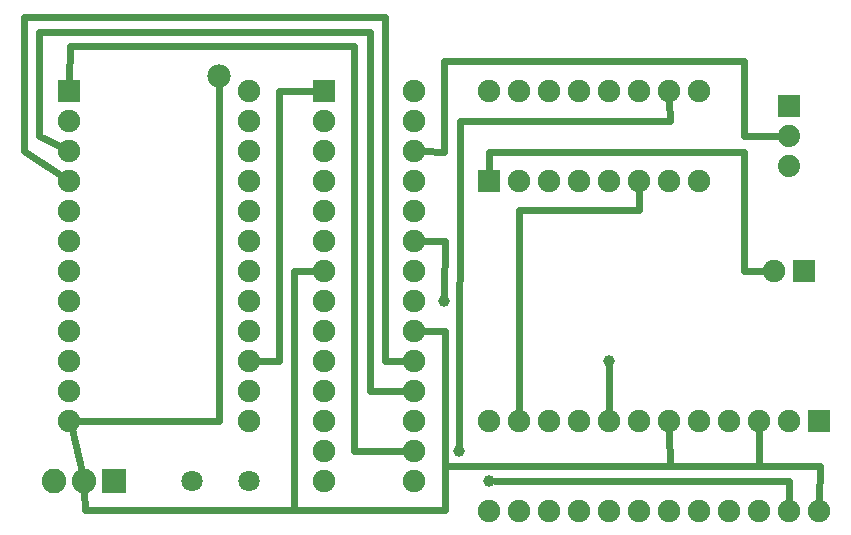
<source format=gbl>
G04 MADE WITH FRITZING*
G04 WWW.FRITZING.ORG*
G04 DOUBLE SIDED*
G04 HOLES PLATED*
G04 CONTOUR ON CENTER OF CONTOUR VECTOR*
%ASAXBY*%
%FSLAX23Y23*%
%MOIN*%
%OFA0B0*%
%SFA1.0B1.0*%
%ADD10C,0.074000*%
%ADD11C,0.075000*%
%ADD12C,0.039370*%
%ADD13C,0.082000*%
%ADD14C,0.070925*%
%ADD15C,0.070866*%
%ADD16C,0.078000*%
%ADD17R,0.075000X0.075000*%
%ADD18R,0.082000X0.082000*%
%ADD19C,0.024000*%
%ADD20R,0.001000X0.001000*%
%LNCOPPER0*%
G90*
G70*
G54D10*
X2628Y1426D03*
X2628Y1326D03*
X2628Y1226D03*
G54D11*
X2678Y876D03*
X2578Y876D03*
G54D12*
X1526Y277D03*
X1627Y175D03*
X2028Y576D03*
X1478Y776D03*
G54D11*
X2728Y376D03*
X2728Y76D03*
X2628Y376D03*
X2628Y76D03*
X2528Y376D03*
X2528Y76D03*
X2428Y376D03*
X2428Y76D03*
X2328Y376D03*
X2328Y76D03*
X2228Y376D03*
X2228Y76D03*
X2128Y376D03*
X2128Y76D03*
X2028Y376D03*
X2028Y76D03*
X1928Y376D03*
X1928Y76D03*
X1828Y376D03*
X1828Y76D03*
X1728Y376D03*
X1728Y76D03*
X1628Y376D03*
X1628Y76D03*
X1078Y1476D03*
X1378Y1476D03*
X1078Y1376D03*
X1378Y1376D03*
X1078Y1276D03*
X1378Y1276D03*
X1078Y1176D03*
X1378Y1176D03*
X1078Y1076D03*
X1378Y1076D03*
X1078Y976D03*
X1378Y976D03*
X1078Y876D03*
X1378Y876D03*
X1078Y776D03*
X1378Y776D03*
X1078Y676D03*
X1378Y676D03*
X1078Y576D03*
X1378Y576D03*
X1078Y476D03*
X1378Y476D03*
X1078Y376D03*
X1378Y376D03*
X1078Y276D03*
X1378Y276D03*
X1078Y176D03*
X1378Y176D03*
X228Y1476D03*
X828Y1476D03*
X228Y1376D03*
X828Y1376D03*
X228Y1276D03*
X828Y1276D03*
X228Y1176D03*
X828Y1176D03*
X228Y1076D03*
X828Y1076D03*
X228Y976D03*
X828Y976D03*
X228Y876D03*
X828Y876D03*
X228Y776D03*
X828Y776D03*
X228Y676D03*
X828Y676D03*
X228Y576D03*
X828Y576D03*
X228Y476D03*
X828Y476D03*
X228Y376D03*
X828Y376D03*
G54D13*
X378Y176D03*
X278Y176D03*
X178Y176D03*
G54D14*
X635Y176D03*
G54D15*
X828Y176D03*
G54D11*
X1628Y1176D03*
X1628Y1476D03*
X1728Y1176D03*
X1728Y1476D03*
X1828Y1176D03*
X1828Y1476D03*
X1928Y1176D03*
X1928Y1476D03*
X2028Y1176D03*
X2028Y1476D03*
X2128Y1176D03*
X2128Y1476D03*
X2228Y1176D03*
X2228Y1476D03*
X2328Y1176D03*
X2328Y1476D03*
G54D16*
X728Y1526D03*
G54D17*
X2678Y876D03*
X2728Y376D03*
X1078Y1476D03*
X228Y1476D03*
G54D18*
X378Y176D03*
G54D17*
X1628Y1176D03*
G54D19*
X2477Y877D02*
X2549Y876D01*
D02*
X2477Y1274D02*
X2477Y877D01*
D02*
X1627Y1274D02*
X2477Y1274D01*
D02*
X1627Y1205D02*
X1627Y1274D01*
D02*
X1476Y1274D02*
X1476Y1576D01*
D02*
X1476Y1576D02*
X2477Y1576D01*
D02*
X2477Y1326D02*
X2597Y1326D01*
D02*
X2477Y1576D02*
X2477Y1326D01*
D02*
X1406Y1275D02*
X1476Y1274D01*
D02*
X2229Y1375D02*
X1530Y1375D01*
D02*
X2228Y1447D02*
X2229Y1375D01*
D02*
X2628Y175D02*
X1646Y175D01*
D02*
X2628Y105D02*
X2628Y175D01*
D02*
X978Y78D02*
X1479Y78D01*
D02*
X279Y78D02*
X978Y78D01*
D02*
X278Y144D02*
X279Y78D01*
D02*
X977Y877D02*
X1049Y876D01*
D02*
X978Y78D02*
X977Y877D01*
D02*
X1479Y226D02*
X1479Y78D01*
D02*
X1479Y676D02*
X1479Y226D01*
D02*
X1406Y676D02*
X1479Y676D01*
D02*
X2729Y226D02*
X2728Y105D01*
D02*
X1479Y226D02*
X2729Y226D01*
D02*
X2229Y226D02*
X2228Y347D01*
D02*
X1479Y226D02*
X2229Y226D01*
D02*
X2229Y226D02*
X2526Y226D01*
D02*
X2526Y226D02*
X2527Y347D01*
D02*
X1479Y226D02*
X2229Y226D01*
D02*
X1479Y976D02*
X1478Y795D01*
D02*
X1406Y976D02*
X1479Y976D01*
D02*
X2128Y1078D02*
X1727Y1078D01*
D02*
X1727Y1078D02*
X1728Y405D01*
D02*
X2128Y1147D02*
X2128Y1078D01*
D02*
X2028Y557D02*
X2028Y405D01*
D02*
X126Y1674D02*
X126Y1326D01*
D02*
X126Y1326D02*
X202Y1289D01*
D02*
X1230Y1674D02*
X126Y1674D01*
D02*
X76Y1276D02*
X204Y1192D01*
D02*
X76Y1724D02*
X76Y1276D01*
D02*
X1280Y1724D02*
X76Y1724D01*
D02*
X230Y1625D02*
X228Y1505D01*
D02*
X1175Y1625D02*
X230Y1625D01*
D02*
X270Y207D02*
X235Y348D01*
D02*
X1049Y1476D02*
X927Y1475D01*
D02*
X927Y1475D02*
X927Y575D01*
D02*
X927Y575D02*
X856Y576D01*
D02*
X1280Y575D02*
X1280Y1724D01*
D02*
X1349Y576D02*
X1280Y575D01*
D02*
X1230Y475D02*
X1230Y1674D01*
D02*
X1349Y476D02*
X1230Y475D01*
D02*
X1175Y276D02*
X1175Y1625D01*
D02*
X1349Y276D02*
X1175Y276D01*
D02*
X728Y376D02*
X256Y376D01*
D02*
X728Y1496D02*
X728Y376D01*
D02*
X1530Y1375D02*
X1526Y296D01*
G54D20*
X2590Y1463D02*
X2663Y1463D01*
X2590Y1462D02*
X2663Y1462D01*
X2590Y1461D02*
X2663Y1461D01*
X2590Y1460D02*
X2663Y1460D01*
X2590Y1459D02*
X2663Y1459D01*
X2590Y1458D02*
X2663Y1458D01*
X2590Y1457D02*
X2663Y1457D01*
X2590Y1456D02*
X2663Y1456D01*
X2590Y1455D02*
X2663Y1455D01*
X2590Y1454D02*
X2663Y1454D01*
X2590Y1453D02*
X2663Y1453D01*
X2590Y1452D02*
X2663Y1452D01*
X2590Y1451D02*
X2663Y1451D01*
X2590Y1450D02*
X2663Y1450D01*
X2590Y1449D02*
X2663Y1449D01*
X2590Y1448D02*
X2663Y1448D01*
X2590Y1447D02*
X2663Y1447D01*
X2590Y1446D02*
X2621Y1446D01*
X2633Y1446D02*
X2663Y1446D01*
X2590Y1445D02*
X2618Y1445D01*
X2635Y1445D02*
X2663Y1445D01*
X2590Y1444D02*
X2616Y1444D01*
X2637Y1444D02*
X2663Y1444D01*
X2590Y1443D02*
X2615Y1443D01*
X2639Y1443D02*
X2663Y1443D01*
X2590Y1442D02*
X2614Y1442D01*
X2640Y1442D02*
X2663Y1442D01*
X2590Y1441D02*
X2612Y1441D01*
X2641Y1441D02*
X2663Y1441D01*
X2590Y1440D02*
X2612Y1440D01*
X2642Y1440D02*
X2663Y1440D01*
X2590Y1439D02*
X2611Y1439D01*
X2643Y1439D02*
X2663Y1439D01*
X2590Y1438D02*
X2610Y1438D01*
X2644Y1438D02*
X2663Y1438D01*
X2590Y1437D02*
X2609Y1437D01*
X2645Y1437D02*
X2663Y1437D01*
X2590Y1436D02*
X2609Y1436D01*
X2645Y1436D02*
X2663Y1436D01*
X2590Y1435D02*
X2608Y1435D01*
X2646Y1435D02*
X2663Y1435D01*
X2590Y1434D02*
X2608Y1434D01*
X2646Y1434D02*
X2663Y1434D01*
X2590Y1433D02*
X2607Y1433D01*
X2646Y1433D02*
X2663Y1433D01*
X2590Y1432D02*
X2607Y1432D01*
X2647Y1432D02*
X2663Y1432D01*
X2590Y1431D02*
X2607Y1431D01*
X2647Y1431D02*
X2663Y1431D01*
X2590Y1430D02*
X2607Y1430D01*
X2647Y1430D02*
X2663Y1430D01*
X2590Y1429D02*
X2607Y1429D01*
X2647Y1429D02*
X2663Y1429D01*
X2590Y1428D02*
X2606Y1428D01*
X2647Y1428D02*
X2663Y1428D01*
X2590Y1427D02*
X2606Y1427D01*
X2647Y1427D02*
X2663Y1427D01*
X2590Y1426D02*
X2606Y1426D01*
X2647Y1426D02*
X2663Y1426D01*
X2590Y1425D02*
X2607Y1425D01*
X2647Y1425D02*
X2663Y1425D01*
X2590Y1424D02*
X2607Y1424D01*
X2647Y1424D02*
X2663Y1424D01*
X2590Y1423D02*
X2607Y1423D01*
X2647Y1423D02*
X2663Y1423D01*
X2590Y1422D02*
X2607Y1422D01*
X2647Y1422D02*
X2663Y1422D01*
X2590Y1421D02*
X2607Y1421D01*
X2647Y1421D02*
X2663Y1421D01*
X2590Y1420D02*
X2608Y1420D01*
X2646Y1420D02*
X2663Y1420D01*
X2590Y1419D02*
X2608Y1419D01*
X2646Y1419D02*
X2663Y1419D01*
X2590Y1418D02*
X2608Y1418D01*
X2645Y1418D02*
X2663Y1418D01*
X2590Y1417D02*
X2609Y1417D01*
X2645Y1417D02*
X2663Y1417D01*
X2590Y1416D02*
X2610Y1416D01*
X2644Y1416D02*
X2663Y1416D01*
X2590Y1415D02*
X2610Y1415D01*
X2644Y1415D02*
X2663Y1415D01*
X2590Y1414D02*
X2611Y1414D01*
X2643Y1414D02*
X2663Y1414D01*
X2590Y1413D02*
X2612Y1413D01*
X2642Y1413D02*
X2663Y1413D01*
X2590Y1412D02*
X2613Y1412D01*
X2641Y1412D02*
X2663Y1412D01*
X2590Y1411D02*
X2614Y1411D01*
X2640Y1411D02*
X2663Y1411D01*
X2590Y1410D02*
X2615Y1410D01*
X2638Y1410D02*
X2663Y1410D01*
X2590Y1409D02*
X2617Y1409D01*
X2637Y1409D02*
X2663Y1409D01*
X2590Y1408D02*
X2619Y1408D01*
X2635Y1408D02*
X2663Y1408D01*
X2590Y1407D02*
X2623Y1407D01*
X2631Y1407D02*
X2663Y1407D01*
X2590Y1406D02*
X2663Y1406D01*
X2590Y1405D02*
X2663Y1405D01*
X2590Y1404D02*
X2663Y1404D01*
X2590Y1403D02*
X2663Y1403D01*
X2590Y1402D02*
X2663Y1402D01*
X2590Y1401D02*
X2663Y1401D01*
X2590Y1400D02*
X2663Y1400D01*
X2590Y1399D02*
X2663Y1399D01*
X2590Y1398D02*
X2663Y1398D01*
X2590Y1397D02*
X2663Y1397D01*
X2590Y1396D02*
X2663Y1396D01*
X2590Y1395D02*
X2663Y1395D01*
X2590Y1394D02*
X2663Y1394D01*
X2590Y1393D02*
X2663Y1393D01*
X2590Y1392D02*
X2663Y1392D01*
X2590Y1391D02*
X2663Y1391D01*
X2591Y1390D02*
X2663Y1390D01*
D02*
G04 End of Copper0*
M02*
</source>
